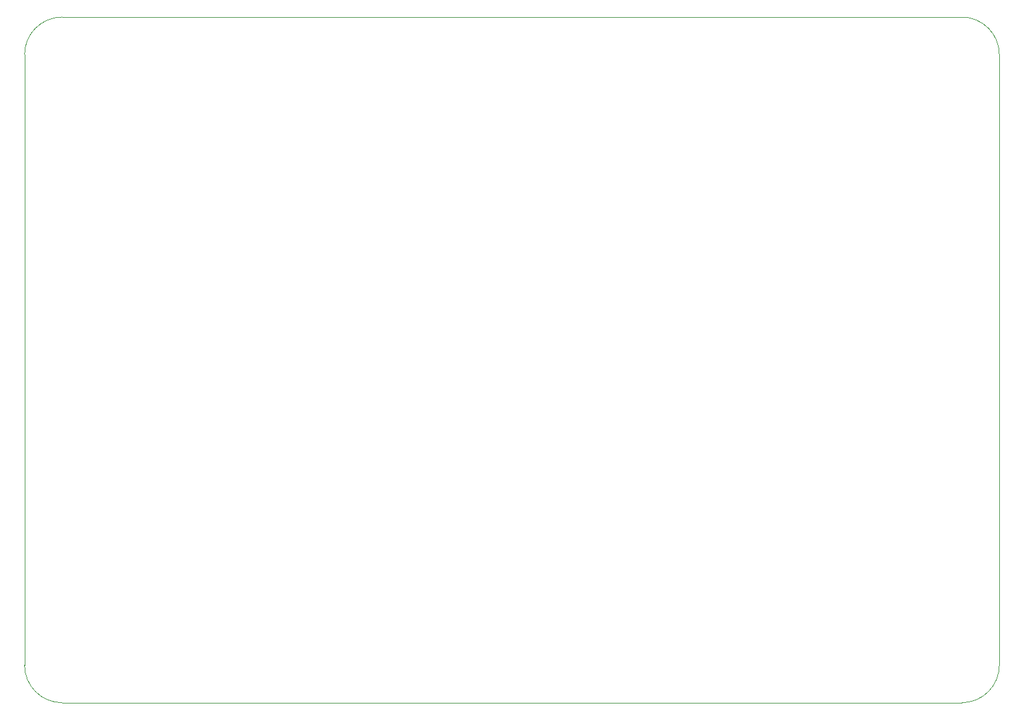
<source format=gbr>
%TF.GenerationSoftware,KiCad,Pcbnew,8.0.8*%
%TF.CreationDate,2025-05-05T21:02:48+02:00*%
%TF.ProjectId,Alarm Control System,416c6172-6d20-4436-9f6e-74726f6c2053,1.0*%
%TF.SameCoordinates,Original*%
%TF.FileFunction,Profile,NP*%
%FSLAX46Y46*%
G04 Gerber Fmt 4.6, Leading zero omitted, Abs format (unit mm)*
G04 Created by KiCad (PCBNEW 8.0.8) date 2025-05-05 21:02:48*
%MOMM*%
%LPD*%
G01*
G04 APERTURE LIST*
%TA.AperFunction,Profile*%
%ADD10C,0.050000*%
%TD*%
G04 APERTURE END LIST*
D10*
X203730250Y-48016150D02*
G75*
G02*
X208730250Y-53016150I50J-4999950D01*
G01*
X208730250Y-134516150D02*
G75*
G02*
X203730250Y-139516150I-4999950J-50D01*
G01*
X203730250Y-48016150D02*
X83730250Y-48016150D01*
X83730250Y-139516150D02*
X203730250Y-139516150D01*
X208730250Y-134516150D02*
X208730250Y-53016150D01*
X78730250Y-134516150D02*
X78730250Y-53016150D01*
X78730250Y-53016150D02*
G75*
G02*
X83730250Y-48016150I5000000J0D01*
G01*
X83730250Y-139516150D02*
G75*
G02*
X78730250Y-134516150I-50J4999950D01*
G01*
M02*

</source>
